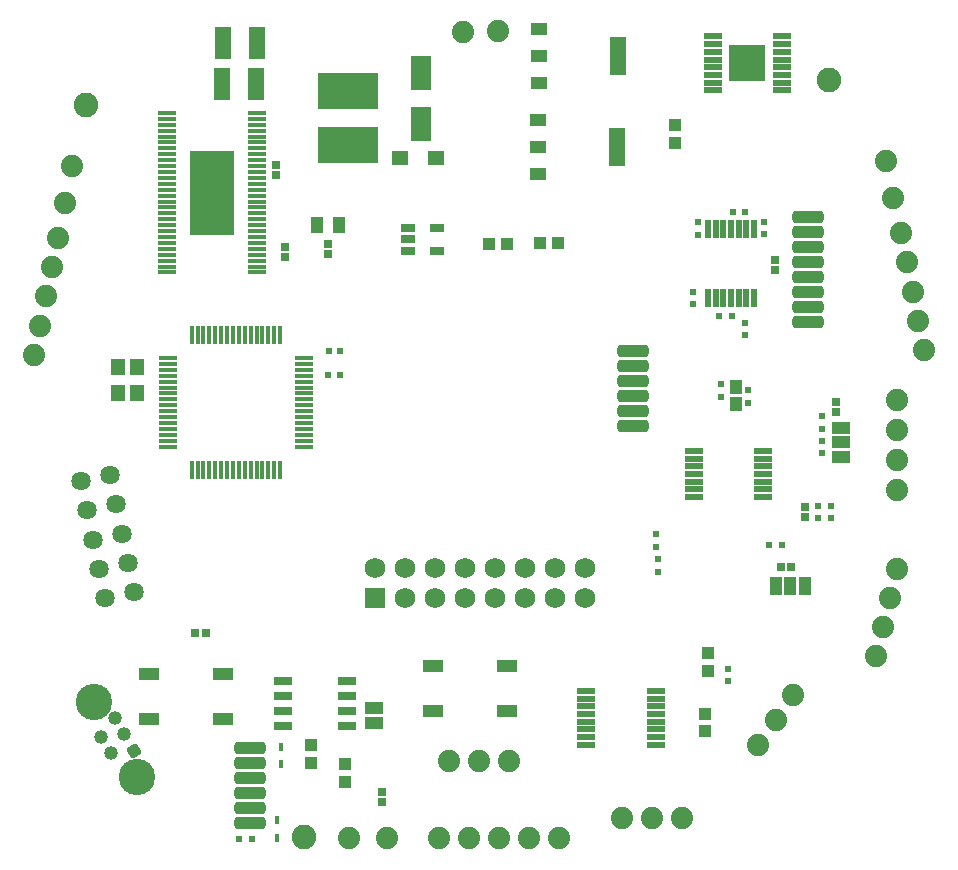
<source format=gts>
G04*
G04 #@! TF.GenerationSoftware,Altium Limited,Altium Designer,23.1.1 (15)*
G04*
G04 Layer_Color=8388736*
%FSLAX44Y44*%
%MOMM*%
G71*
G04*
G04 #@! TF.SameCoordinates,6EFD8887-9970-4281-88DB-E4BF4750D848*
G04*
G04*
G04 #@! TF.FilePolarity,Negative*
G04*
G01*
G75*
%ADD44R,1.5550X0.5300*%
%ADD45R,1.5550X0.3800*%
%ADD46R,3.6900X7.1900*%
%ADD47R,1.4300X2.8300*%
%ADD48R,0.4600X0.6800*%
%ADD49R,0.5300X1.5550*%
%ADD50R,0.4800X0.6300*%
%ADD51R,1.2300X1.4800*%
%ADD52R,0.3800X1.5550*%
%ADD53R,1.7800X1.0800*%
%ADD54R,0.6300X0.4800*%
%ADD55R,1.0800X1.1800*%
%ADD56R,1.0300X1.4300*%
%ADD57R,1.0300X1.0300*%
G04:AMPARAMS|DCode=58|XSize=1.0032mm|YSize=2.7032mm|CornerRadius=0.3016mm|HoleSize=0mm|Usage=FLASHONLY|Rotation=90.000|XOffset=0mm|YOffset=0mm|HoleType=Round|Shape=RoundedRectangle|*
%AMROUNDEDRECTD58*
21,1,1.0032,2.1000,0,0,90.0*
21,1,0.4000,2.7032,0,0,90.0*
1,1,0.6032,1.0500,0.2000*
1,1,0.6032,1.0500,-0.2000*
1,1,0.6032,-1.0500,-0.2000*
1,1,0.6032,-1.0500,0.2000*
%
%ADD58ROUNDEDRECTD58*%
%ADD59R,0.6300X0.5300*%
%ADD60R,0.7000X0.7400*%
%ADD61R,0.7600X0.7200*%
%ADD62R,0.5300X0.6300*%
%ADD63R,1.3800X3.3300*%
%ADD64R,1.3800X1.0300*%
%ADD65R,1.0300X1.0300*%
%ADD66R,5.1800X3.0300*%
%ADD67R,1.6800X2.8800*%
%ADD68R,1.3200X1.2000*%
%ADD69R,1.6050X0.7300*%
%ADD70R,1.5800X1.0800*%
%ADD71R,0.7200X0.7600*%
%ADD72R,3.0800X3.0800*%
%ADD73R,1.0800X1.5800*%
%ADD74R,1.2800X0.6800*%
%ADD75C,1.7300*%
%ADD76R,1.7300X1.7300*%
G04:AMPARAMS|DCode=77|XSize=1.04mm|YSize=1.04mm|CornerRadius=0.27mm|HoleSize=0mm|Usage=FLASHONLY|Rotation=120.000|XOffset=0mm|YOffset=0mm|HoleType=Round|Shape=RoundedRectangle|*
%AMROUNDEDRECTD77*
21,1,1.0400,0.5000,0,0,120.0*
21,1,0.5000,1.0400,0,0,120.0*
1,1,0.5400,0.0915,0.3415*
1,1,0.5400,0.3415,-0.0915*
1,1,0.5400,-0.0915,-0.3415*
1,1,0.5400,-0.3415,0.0915*
%
%ADD77ROUNDEDRECTD77*%
%ADD78C,1.1800*%
%ADD79C,3.0800*%
%ADD80C,1.8800*%
%ADD81C,2.0800*%
%ADD82C,1.6300*%
D44*
X4306380Y2790750D02*
D03*
Y2784250D02*
D03*
Y2777750D02*
D03*
Y2771250D02*
D03*
Y2764750D02*
D03*
Y2758250D02*
D03*
Y2751750D02*
D03*
Y2745250D02*
D03*
X4247620D02*
D03*
Y2751750D02*
D03*
Y2758250D02*
D03*
Y2764750D02*
D03*
Y2771250D02*
D03*
Y2777750D02*
D03*
Y2784250D02*
D03*
Y2790750D02*
D03*
X4397255Y2993875D02*
D03*
Y2987375D02*
D03*
Y2980875D02*
D03*
Y2974375D02*
D03*
Y2967875D02*
D03*
Y2961375D02*
D03*
Y2954875D02*
D03*
X4338495D02*
D03*
Y2961375D02*
D03*
Y2967875D02*
D03*
Y2974375D02*
D03*
Y2980875D02*
D03*
Y2987375D02*
D03*
Y2993875D02*
D03*
X4413380Y3344750D02*
D03*
Y3338250D02*
D03*
Y3331750D02*
D03*
Y3325250D02*
D03*
Y3318750D02*
D03*
Y3312250D02*
D03*
Y3305750D02*
D03*
Y3299250D02*
D03*
X4354620D02*
D03*
Y3305750D02*
D03*
Y3312250D02*
D03*
Y3318750D02*
D03*
Y3325250D02*
D03*
Y3331750D02*
D03*
Y3338250D02*
D03*
Y3344750D02*
D03*
D45*
X3892787Y3280000D02*
D03*
Y3275000D02*
D03*
Y3270000D02*
D03*
Y3265000D02*
D03*
Y3260000D02*
D03*
Y3255000D02*
D03*
Y3250000D02*
D03*
Y3245000D02*
D03*
Y3240000D02*
D03*
Y3235000D02*
D03*
Y3230000D02*
D03*
Y3225000D02*
D03*
Y3220000D02*
D03*
Y3215000D02*
D03*
Y3210000D02*
D03*
Y3205000D02*
D03*
Y3200000D02*
D03*
Y3195000D02*
D03*
Y3190000D02*
D03*
Y3185000D02*
D03*
Y3180000D02*
D03*
Y3175000D02*
D03*
Y3170000D02*
D03*
Y3165000D02*
D03*
Y3160000D02*
D03*
Y3155000D02*
D03*
Y3150000D02*
D03*
Y3145000D02*
D03*
X3968547Y3150000D02*
D03*
Y3155000D02*
D03*
Y3160000D02*
D03*
Y3165000D02*
D03*
Y3170000D02*
D03*
Y3175000D02*
D03*
Y3180000D02*
D03*
Y3185000D02*
D03*
Y3190000D02*
D03*
Y3195000D02*
D03*
Y3200000D02*
D03*
Y3205000D02*
D03*
Y3210000D02*
D03*
Y3215000D02*
D03*
Y3220000D02*
D03*
Y3225000D02*
D03*
Y3230000D02*
D03*
Y3235000D02*
D03*
Y3240000D02*
D03*
Y3245000D02*
D03*
Y3250000D02*
D03*
Y3255000D02*
D03*
Y3260000D02*
D03*
Y3275000D02*
D03*
Y3280000D02*
D03*
Y3145000D02*
D03*
Y3265000D02*
D03*
Y3270000D02*
D03*
X4008380Y3072500D02*
D03*
Y3067500D02*
D03*
Y3062500D02*
D03*
Y3057500D02*
D03*
Y3052500D02*
D03*
Y3047500D02*
D03*
Y3042500D02*
D03*
Y3037500D02*
D03*
Y3032500D02*
D03*
Y3027500D02*
D03*
Y3022500D02*
D03*
Y3017500D02*
D03*
Y3012500D02*
D03*
Y3007500D02*
D03*
Y3002500D02*
D03*
Y2997500D02*
D03*
X3893620D02*
D03*
Y3002500D02*
D03*
Y3007500D02*
D03*
Y3012500D02*
D03*
Y3017500D02*
D03*
Y3022500D02*
D03*
Y3027500D02*
D03*
Y3032500D02*
D03*
Y3037500D02*
D03*
Y3042500D02*
D03*
Y3047500D02*
D03*
Y3052500D02*
D03*
Y3057500D02*
D03*
Y3062500D02*
D03*
Y3067500D02*
D03*
Y3072500D02*
D03*
D46*
X3930667Y3212500D02*
D03*
D47*
X3967924Y3304504D02*
D03*
X3939424D02*
D03*
X3940000Y3339000D02*
D03*
X3968500D02*
D03*
D48*
X3986000Y2681500D02*
D03*
Y2666500D02*
D03*
X3989000Y2743500D02*
D03*
Y2728500D02*
D03*
D49*
X4389662Y3181880D02*
D03*
X4383162D02*
D03*
X4389662Y3123120D02*
D03*
X4383162D02*
D03*
X4363662Y3181880D02*
D03*
X4376662D02*
D03*
X4370162D02*
D03*
X4357162D02*
D03*
X4350662D02*
D03*
X4363662Y3123120D02*
D03*
X4357162D02*
D03*
X4376662D02*
D03*
X4370162D02*
D03*
X4350662D02*
D03*
D50*
X4382250Y3195938D02*
D03*
X4371750D02*
D03*
X4028750Y3058000D02*
D03*
X4039250D02*
D03*
X3953750Y2665000D02*
D03*
X3964250D02*
D03*
X4360250Y3108250D02*
D03*
X4370750D02*
D03*
X4402750Y2914500D02*
D03*
X4413250D02*
D03*
D51*
X3867000Y3065000D02*
D03*
Y3043000D02*
D03*
X3851000D02*
D03*
Y3065000D02*
D03*
D52*
X3913500Y3092380D02*
D03*
X3918500D02*
D03*
X3923500D02*
D03*
X3928500D02*
D03*
X3933500D02*
D03*
X3938500D02*
D03*
X3943500D02*
D03*
X3948500D02*
D03*
X3953500D02*
D03*
X3958500D02*
D03*
X3963500D02*
D03*
X3968500D02*
D03*
X3973500D02*
D03*
X3978500D02*
D03*
X3983500D02*
D03*
X3988500D02*
D03*
Y2977620D02*
D03*
X3983500D02*
D03*
X3978500D02*
D03*
X3973500D02*
D03*
X3968500D02*
D03*
X3963500D02*
D03*
X3958500D02*
D03*
X3953500D02*
D03*
X3948500D02*
D03*
X3943500D02*
D03*
X3938500D02*
D03*
X3933500D02*
D03*
X3928500D02*
D03*
X3923500D02*
D03*
X3918500D02*
D03*
X3913500D02*
D03*
D53*
X4180500Y2774000D02*
D03*
X4117500D02*
D03*
X4180500Y2812000D02*
D03*
X4117500D02*
D03*
X3877500Y2805000D02*
D03*
X3940500D02*
D03*
X3877500Y2767000D02*
D03*
X3940500D02*
D03*
D54*
X4362000Y3050250D02*
D03*
Y3039750D02*
D03*
X4385000Y3045250D02*
D03*
Y3034750D02*
D03*
X4307000Y2923250D02*
D03*
Y2912750D02*
D03*
X4308000Y2902250D02*
D03*
Y2891750D02*
D03*
X4368000Y2809250D02*
D03*
Y2798750D02*
D03*
X4382000Y3102500D02*
D03*
Y3092000D02*
D03*
X4447000Y3023250D02*
D03*
Y3012750D02*
D03*
Y3002250D02*
D03*
Y2991750D02*
D03*
X4342164Y3177000D02*
D03*
Y3187500D02*
D03*
X4398000Y3177500D02*
D03*
Y3188000D02*
D03*
X4338000Y3128500D02*
D03*
Y3118000D02*
D03*
D55*
X4374000Y3048000D02*
D03*
Y3033500D02*
D03*
D56*
X4019424Y3185504D02*
D03*
X4037924D02*
D03*
D57*
X4323000Y3269500D02*
D03*
Y3254500D02*
D03*
X4015000Y2744500D02*
D03*
Y2729500D02*
D03*
X4043000Y2713500D02*
D03*
Y2728500D02*
D03*
X4351000Y2822500D02*
D03*
Y2807500D02*
D03*
X4348000Y2756500D02*
D03*
Y2771500D02*
D03*
D58*
X4435000Y3179400D02*
D03*
Y3103200D02*
D03*
Y3115900D02*
D03*
Y3128600D02*
D03*
Y3141300D02*
D03*
Y3154000D02*
D03*
Y3166700D02*
D03*
Y3192100D02*
D03*
X3963000Y2678600D02*
D03*
Y2691300D02*
D03*
Y2704000D02*
D03*
Y2716700D02*
D03*
Y2729400D02*
D03*
Y2742100D02*
D03*
X4287000Y3014900D02*
D03*
Y3027600D02*
D03*
Y3040300D02*
D03*
Y3053000D02*
D03*
Y3065700D02*
D03*
Y3078400D02*
D03*
D59*
X4444000Y2937000D02*
D03*
Y2947000D02*
D03*
X4455000Y2937000D02*
D03*
Y2947000D02*
D03*
D60*
X4433000Y2946300D02*
D03*
Y2937700D02*
D03*
D61*
X3916700Y2840000D02*
D03*
X3925300D02*
D03*
X4412700Y2895500D02*
D03*
X4421300D02*
D03*
D62*
X4029500Y3078500D02*
D03*
X4039500D02*
D03*
D63*
X4274500Y3328000D02*
D03*
X4274000Y3251000D02*
D03*
D64*
X4207500Y3305100D02*
D03*
Y3328000D02*
D03*
Y3350900D02*
D03*
X4207000Y3273900D02*
D03*
Y3251000D02*
D03*
Y3228100D02*
D03*
D65*
X4180500Y3169000D02*
D03*
X4165500D02*
D03*
X4208500Y3170000D02*
D03*
X4223500D02*
D03*
D66*
X4045674Y3298254D02*
D03*
Y3252754D02*
D03*
D67*
X4107674Y3271004D02*
D03*
Y3314004D02*
D03*
D68*
X4120000Y3242000D02*
D03*
X4090000D02*
D03*
D69*
X4045120Y2799050D02*
D03*
Y2786350D02*
D03*
Y2773650D02*
D03*
Y2760950D02*
D03*
X3990880D02*
D03*
Y2773650D02*
D03*
Y2786350D02*
D03*
Y2799050D02*
D03*
D70*
X4068000Y2763500D02*
D03*
Y2776000D02*
D03*
X4463000Y2988500D02*
D03*
X4463000Y3013500D02*
D03*
Y3001000D02*
D03*
D71*
X3985000Y3227700D02*
D03*
Y3236300D02*
D03*
X3992674Y3158204D02*
D03*
Y3166804D02*
D03*
X4459000Y3035300D02*
D03*
Y3026700D02*
D03*
X4028750Y3160200D02*
D03*
Y3168800D02*
D03*
X4075000Y2696200D02*
D03*
Y2704800D02*
D03*
X4407164Y3146700D02*
D03*
Y3155300D02*
D03*
D72*
X4384000Y3322000D02*
D03*
D73*
X4408000Y2879500D02*
D03*
X4433000Y2879500D02*
D03*
X4420500D02*
D03*
D74*
X4096500Y3182500D02*
D03*
Y3173000D02*
D03*
Y3163500D02*
D03*
X4121500D02*
D03*
Y3182500D02*
D03*
D75*
X4246600Y2894400D02*
D03*
Y2869000D02*
D03*
X4221200Y2894400D02*
D03*
Y2869000D02*
D03*
X4195800Y2894400D02*
D03*
Y2869000D02*
D03*
X4170400Y2894400D02*
D03*
Y2869000D02*
D03*
X4145000Y2894400D02*
D03*
Y2869000D02*
D03*
X4119600Y2894400D02*
D03*
Y2869000D02*
D03*
X4094200Y2894400D02*
D03*
Y2869000D02*
D03*
X4068800Y2894400D02*
D03*
D76*
Y2869000D02*
D03*
D77*
X3864588Y2740072D02*
D03*
D78*
X3845000Y2738000D02*
D03*
X3856588Y2753928D02*
D03*
X3837000Y2751856D02*
D03*
X3848588Y2767785D02*
D03*
D79*
X3867044Y2717818D02*
D03*
X3830544Y2781038D02*
D03*
D80*
X4142894Y3348723D02*
D03*
X4173000Y3349000D02*
D03*
X4534000Y3079000D02*
D03*
X4528936Y3103890D02*
D03*
X4523872Y3128780D02*
D03*
X4518808Y3153670D02*
D03*
X4513744Y3178560D02*
D03*
X4507763Y3207958D02*
D03*
X4501383Y3239316D02*
D03*
X3780000Y3075000D02*
D03*
X3785151Y3099872D02*
D03*
X3790302Y3124745D02*
D03*
X3795452Y3149617D02*
D03*
X3800603Y3174489D02*
D03*
X3806236Y3203955D02*
D03*
X3812616Y3235313D02*
D03*
X4224500Y2666000D02*
D03*
X4199100D02*
D03*
X4173700D02*
D03*
X4148300D02*
D03*
X4122900D02*
D03*
X4078900D02*
D03*
X4046400D02*
D03*
X4492566Y2820063D02*
D03*
X4498710Y2844709D02*
D03*
X4504855Y2869355D02*
D03*
X4511000Y2894000D02*
D03*
Y3037000D02*
D03*
Y3011600D02*
D03*
Y2986200D02*
D03*
Y2960800D02*
D03*
X4182400Y2731000D02*
D03*
X4157000D02*
D03*
X4131600D02*
D03*
X4328400Y2683000D02*
D03*
X4303000D02*
D03*
X4277600D02*
D03*
X4422569Y2786807D02*
D03*
X4408000Y2766000D02*
D03*
X4393431Y2745193D02*
D03*
D81*
X3824500Y3287000D02*
D03*
X4009000Y2667000D02*
D03*
X4452894Y3307722D02*
D03*
D82*
X3864890Y2874064D02*
D03*
X3840000Y2869000D02*
D03*
X3859826Y2898954D02*
D03*
X3834936Y2893890D02*
D03*
X3854762Y2923844D02*
D03*
X3829872Y2918780D02*
D03*
X3849698Y2948734D02*
D03*
X3824808Y2943670D02*
D03*
X3844634Y2973624D02*
D03*
X3819744Y2968560D02*
D03*
M02*

</source>
